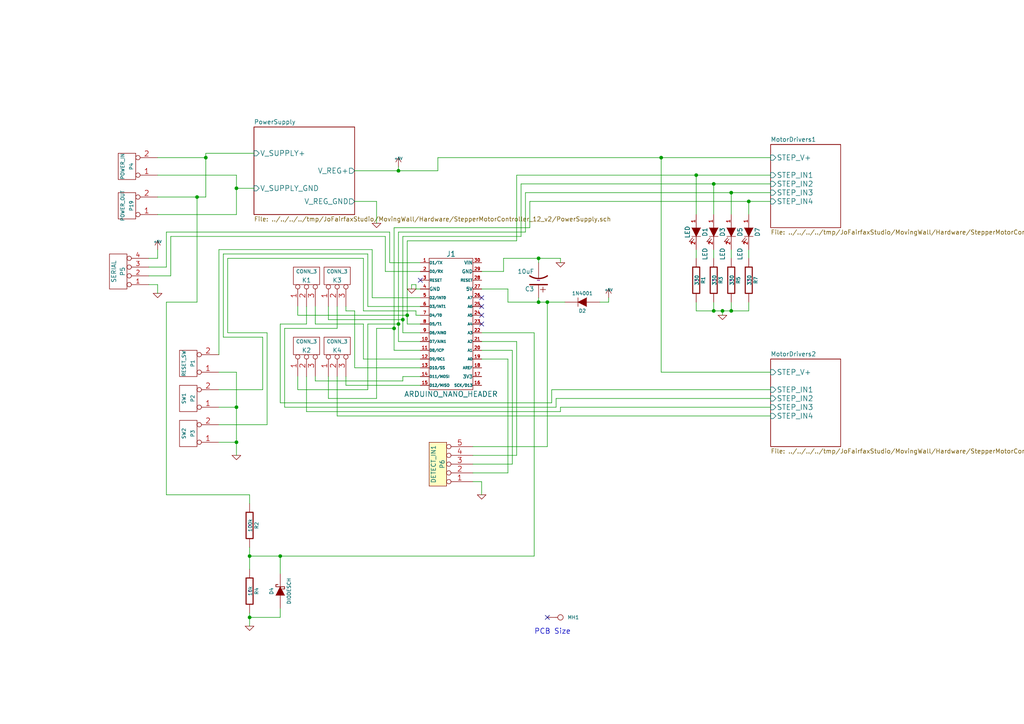
<source format=kicad_sch>
(kicad_sch (version 20230121) (generator eeschema)
  (paper "A4")
  (title_block (title "Stepper Motor Controller") (date "2015-10-14") (rev "3") (company "Jo Fairfax Studio"))
  (lib_symbols
    (symbol "StepperMotorController_12_v2-rescue:+5V" (power) (pin_names (offset 0))
      (property "Value" "+5V" (at 0 3.556 0))
      (symbol "+5V_0_1"
        (polyline (pts (xy -0.762 1.27) (xy 0 2.54)))
        (polyline (pts (xy 0 0) (xy 0 2.54)))
        (polyline (pts (xy 0 2.54) (xy 0.762 1.27)))
      )
      (symbol "+5V_1_1"
        (pin power_in line (at 0 0 90) (length 0) hide (name "+5V") (number "1"))
      )
    )
    (symbol "StepperMotorController_12_v2-rescue:Arduino_Nano_Header" (pin_names (offset 0.0254))
      (property "Reference" "J" (at 0 20.32 0))
      (property "Value" "Arduino_Nano_Header" (at 0 -20.32 0))
      (symbol "Arduino_Nano_Header_0_1"
        (rectangle (start 6.35 -19.05) (end -6.35 19.05))
      )
      (symbol "Arduino_Nano_Header_1_1"
        (pin passive line (at -8.89 17.78 0) (length 2.54) (name "D1/TX") (number "1"))
        (pin passive line (at -8.89 -5.08 0) (length 2.54) (name "D7/AIN1") (number "10"))
        (pin passive line (at -8.89 -7.62 0) (length 2.54) (name "D8/ICP") (number "11"))
        (pin passive line (at -8.89 -10.16 0) (length 2.54) (name "D9/0C1") (number "12"))
        (pin passive line (at -8.89 -12.7 0) (length 2.54) (name "D10/SS") (number "13"))
        (pin passive line (at -8.89 -15.24 0) (length 2.54) (name "D11/MOSI") (number "14"))
        (pin passive line (at -8.89 -17.78 0) (length 2.54) (name "D12/MISO") (number "15"))
        (pin passive line (at 8.89 -17.78 180) (length 2.54) (name "SCK/D13") (number "16"))
        (pin passive line (at 8.89 -15.24 180) (length 2.54) (name "3V3") (number "17"))
        (pin passive line (at 8.89 -12.7 180) (length 2.54) (name "AREF") (number "18"))
        (pin passive line (at 8.89 -10.16 180) (length 2.54) (name "A0") (number "19"))
        (pin passive line (at -8.89 15.24 0) (length 2.54) (name "D0/RX") (number "2"))
        (pin passive line (at 8.89 -7.62 180) (length 2.54) (name "A1") (number "20"))
        (pin passive line (at 8.89 -5.08 180) (length 2.54) (name "A2") (number "21"))
        (pin passive line (at 8.89 -2.54 180) (length 2.54) (name "A3") (number "22"))
        (pin passive line (at 8.89 0 180) (length 2.54) (name "A4") (number "23"))
        (pin passive line (at 8.89 2.54 180) (length 2.54) (name "A5") (number "24"))
        (pin passive line (at 8.89 5.08 180) (length 2.54) (name "A6") (number "25"))
        (pin passive line (at 8.89 7.62 180) (length 2.54) (name "A7") (number "26"))
        (pin passive line (at 8.89 10.16 180) (length 2.54) (name "5V") (number "27"))
        (pin passive line (at 8.89 12.7 180) (length 2.54) (name "RESET") (number "28"))
        (pin passive line (at 8.89 15.24 180) (length 2.54) (name "GND") (number "29"))
        (pin passive line (at -8.89 12.7 0) (length 2.54) (name "RESET") (number "3"))
        (pin passive line (at 8.89 17.78 180) (length 2.54) (name "VIN") (number "30"))
        (pin passive line (at -8.89 10.16 0) (length 2.54) (name "GND") (number "4"))
        (pin passive line (at -8.89 7.62 0) (length 2.54) (name "D2/INT0") (number "5"))
        (pin passive line (at -8.89 5.08 0) (length 2.54) (name "D3/INT1") (number "6"))
        (pin passive line (at -8.89 2.54 0) (length 2.54) (name "D4/T0") (number "7"))
        (pin passive line (at -8.89 0 0) (length 2.54) (name "D5/T1") (number "8"))
        (pin passive line (at -8.89 -2.54 0) (length 2.54) (name "D6/AIN0") (number "9"))
      )
    )
    (symbol "StepperMotorController_12_v2-rescue:CONN_1" (pin_numbers hide) (pin_names (offset 0.762) hide)
      (property "Reference" "P" (at 2.032 0 0))
      (symbol "CONN_1_0_1"
        (polyline (pts (xy -0.762 0) (xy -1.27 0)))
        (circle (center 0 0) (radius 0.7874))
      )
      (symbol "CONN_1_1_1"
        (pin passive line (at -3.81 0 0) (length 2.54) (name "1") (number "1"))
      )
    )
    (symbol "StepperMotorController_12_v2-rescue:CONN_2-RESCUE-StepperMotorController_12_v2" (pin_names (offset 1.016) hide)
      (property "Reference" "P" (at -1.27 0 90))
      (property "Value" "CONN_2-RESCUE-StepperMotorController_12_v2" (at 1.27 0 90))
      (symbol "CONN_2-RESCUE-StepperMotorController_12_v2_0_1"
        (rectangle (start -2.54 3.81) (end 2.54 -3.81))
      )
      (symbol "CONN_2-RESCUE-StepperMotorController_12_v2_1_1"
        (pin passive inverted (at -8.89 2.54 0) (length 6.35) (name "P1") (number "1"))
        (pin passive inverted (at -8.89 -2.54 0) (length 6.35) (name "PM") (number "2"))
      )
    )
    (symbol "StepperMotorController_12_v2-rescue:CONN_3" (pin_names (offset 1.016) hide)
      (property "Reference" "K" (at -1.27 0 90))
      (property "Value" "CONN_3" (at 1.27 0 90))
      (symbol "CONN_3_0_1"
        (rectangle (start -2.54 3.81) (end 2.54 -3.81))
      )
      (symbol "CONN_3_1_1"
        (pin passive inverted (at -8.89 2.54 0) (length 6.35) (name "P1") (number "1"))
        (pin passive inverted (at -8.89 0 0) (length 6.35) (name "PM") (number "2"))
        (pin passive inverted (at -8.89 -2.54 0) (length 6.35) (name "P3") (number "3"))
      )
    )
    (symbol "StepperMotorController_12_v2-rescue:CONN_4" (pin_names (offset 1.016) hide)
      (property "Reference" "P" (at -1.27 0 90))
      (property "Value" "CONN_4" (at 1.27 0 90))
      (symbol "CONN_4_0_1"
        (rectangle (start -2.54 5.08) (end 2.54 -5.08))
      )
      (symbol "CONN_4_1_1"
        (pin passive inverted (at -8.89 3.81 0) (length 6.35) (name "P1") (number "1"))
        (pin passive inverted (at -8.89 1.27 0) (length 6.35) (name "P2") (number "2"))
        (pin passive inverted (at -8.89 -1.27 0) (length 6.35) (name "P3") (number "3"))
        (pin passive inverted (at -8.89 -3.81 0) (length 6.35) (name "P4") (number "4"))
      )
    )
    (symbol "StepperMotorController_12_v2-rescue:CONN_5" (pin_names (offset 1.016))
      (property "Reference" "P" (at -1.27 0 90))
      (property "Value" "CONN_5" (at 1.27 0 90))
      (symbol "CONN_5_0_1"
        (rectangle (start -2.54 6.35) (end 2.54 -6.35) (fill (type background)))
      )
      (symbol "CONN_5_1_1"
        (pin passive inverted (at -10.16 5.08 0) (length 7.62) (name "~") (number "1"))
        (pin passive inverted (at -10.16 2.54 0) (length 7.62) (name "~") (number "2"))
        (pin passive inverted (at -10.16 0 0) (length 7.62) (name "~") (number "3"))
        (pin passive inverted (at -10.16 -2.54 0) (length 7.62) (name "~") (number "4"))
        (pin passive inverted (at -10.16 -5.08 0) (length 7.62) (name "~") (number "5"))
      )
    )
    (symbol "StepperMotorController_12_v2-rescue:CP1-RESCUE-StepperMotorController_12_v2" (pin_numbers hide) (pin_names (offset 0.254) hide)
      (property "Reference" "C" (at 1.27 2.54 0))
      (property "Value" "CP1-RESCUE-StepperMotorController_12_v2" (at 1.27 -2.54 0))
      (symbol "CP1-RESCUE-StepperMotorController_12_v2_0_0"
        (text "+" (at -1.27 2.54 0) (effects (font (size 2.032 2.032))))
      )
      (symbol "CP1-RESCUE-StepperMotorController_12_v2_0_1"
        (polyline (pts (xy -2.54 1.27) (xy 2.54 1.27) (xy 1.27 1.27) (xy 1.27 1.27)) (stroke (width 0.381)))
        (arc (start 2.54 -1.27) (mid 0 -0.5009) (end -2.54 -1.27) (stroke (width 0.381)))
      )
      (symbol "CP1-RESCUE-StepperMotorController_12_v2_1_1"
        (pin passive line (at 0 5.08 270) (length 3.81) (name "~") (number "1"))
        (pin passive line (at 0 -5.08 90) (length 4.572) (name "~") (number "2"))
      )
    )
    (symbol "StepperMotorController_12_v2-rescue:DIODE" (pin_numbers hide) (pin_names (offset 1.016) hide)
      (property "Reference" "D" (at 0 2.54 0))
      (property "Value" "DIODE" (at 0 -2.54 0))
      (symbol "DIODE_0_1"
        (polyline (pts (xy 1.27 1.27) (xy 1.27 -1.27)) (stroke (width 0.1524)))
        (polyline (pts (xy -1.27 1.27) (xy 1.27 0) (xy -1.27 -1.27)) (fill (type outline)))
      )
      (symbol "DIODE_1_1"
        (pin passive line (at -5.08 0 0) (length 3.81) (name "A") (number "1"))
        (pin passive line (at 5.08 0 180) (length 3.81) (name "K") (number "2"))
      )
    )
    (symbol "StepperMotorController_12_v2-rescue:DIODESCH" (pin_numbers hide) (pin_names (offset 1.016) hide)
      (property "Reference" "D" (at 0 2.54 0))
      (property "Value" "DIODESCH" (at 0 -2.54 0))
      (symbol "DIODESCH_0_1"
        (polyline (pts (xy -1.27 1.27) (xy 1.27 0) (xy -1.27 -1.27)) (fill (type outline)))
        (polyline (pts (xy 1.905 0.635) (xy 1.905 1.27) (xy 1.27 1.27) (xy 1.27 -1.27) (xy 0.635 -1.27) (xy 0.635 -0.635)) (stroke (width 0.2032)))
      )
      (symbol "DIODESCH_1_1"
        (pin passive line (at 5.08 0 180) (length 3.81) (name "K") (number "1"))
        (pin passive line (at -5.08 0 0) (length 3.81) (name "A") (number "2"))
      )
    )
    (symbol "StepperMotorController_12_v2-rescue:GND-RESCUE-StepperMotorController_12_v2" (power) (pin_names (offset 0))
      (symbol "GND-RESCUE-StepperMotorController_12_v2_0_1"
        (polyline (pts (xy -1.27 0) (xy 0 -1.27) (xy 1.27 0) (xy -1.27 0)))
      )
      (symbol "GND-RESCUE-StepperMotorController_12_v2_1_1"
        (pin power_in line (at 0 0 90) (length 0) hide (name "GND") (number "1"))
      )
    )
    (symbol "StepperMotorController_12_v2-rescue:LED-RESCUE-StepperMotorController_12_v2" (pin_names (offset 1.016) hide)
      (property "Reference" "D" (at 0 2.54 0))
      (property "Value" "LED-RESCUE-StepperMotorController_12_v2" (at 0 -2.54 0))
      (symbol "LED-RESCUE-StepperMotorController_12_v2_0_1"
        (polyline (pts (xy 1.27 1.27) (xy 1.27 -1.27)))
        (polyline (pts (xy -1.27 1.27) (xy 1.27 0) (xy -1.27 -1.27)) (fill (type outline)))
        (polyline (pts (xy 1.651 -1.016) (xy 2.794 -2.032) (xy 2.667 -1.397)))
        (polyline (pts (xy 2.032 -0.635) (xy 3.175 -1.651) (xy 3.048 -1.016)))
      )
      (symbol "LED-RESCUE-StepperMotorController_12_v2_1_1"
        (pin passive line (at -5.08 0 0) (length 3.81) (name "A") (number "1"))
        (pin passive line (at 5.08 0 180) (length 3.81) (name "K") (number "2"))
      )
    )
    (symbol "StepperMotorController_12_v2-rescue:R-RESCUE-StepperMotorController_12_v2" (pin_numbers hide) (pin_names (offset 0))
      (property "Reference" "R" (at 2.032 0 90))
      (property "Value" "R-RESCUE-StepperMotorController_12_v2" (at 0 0 90))
      (symbol "R-RESCUE-StepperMotorController_12_v2_0_1"
        (rectangle (start -1.016 3.81) (end 1.016 -3.81) (stroke (width 0.3048)))
      )
      (symbol "R-RESCUE-StepperMotorController_12_v2_1_1"
        (pin passive line (at 0 6.35 270) (length 2.54) (name "~") (number "1"))
        (pin passive line (at 0 -6.35 90) (length 2.54) (name "~") (number "2"))
      )
    )
  )
  (junction (at 68.58 54.61))
  (junction (at 72.39 161.29))
  (junction (at 68.58 118.11))
  (junction (at 207.01 90.17))
  (junction (at 115.57 49.53))
  (junction (at 57.15 57.15))
  (junction (at 68.58 128.27))
  (junction (at 201.93 50.8))
  (junction (at 81.28 161.29))
  (junction (at 212.09 55.88))
  (junction (at 118.11 91.44))
  (junction (at 217.17 58.42))
  (junction (at 115.57 93.98))
  (junction (at 212.09 90.17))
  (junction (at 116.84 92.71))
  (junction (at 191.77 45.72))
  (junction (at 207.01 53.34))
  (junction (at 72.39 179.07))
  (junction (at 59.69 45.72))
  (junction (at 114.3 95.25))
  (junction (at 156.21 74.93))
  (junction (at 156.21 87.63))
  (junction (at 209.55 90.17))
  (junction (at 158.75 87.63))
  (no_connect (at 121.92 81.28))
  (no_connect (at 158.75 179.07))
  (no_connect (at 139.7 93.98))
  (no_connect (at 139.7 88.9))
  (no_connect (at 139.7 86.36))
  (no_connect (at 139.7 91.44))
  (wire (pts (xy 217.17 90.17) (xy 217.17 87.63)))
  (wire (pts (xy 158.75 129.54) (xy 158.75 87.63)))
  (wire (pts (xy 152.4 67.31) (xy 152.4 55.88)))
  (wire (pts (xy 57.15 57.15) (xy 45.72 57.15)))
  (wire (pts (xy 116.84 110.49) (xy 116.84 109.22)))
  (wire (pts (xy 81.28 179.07) (xy 81.28 176.53)))
  (wire (pts (xy 118.11 69.85) (xy 149.86 69.85)))
  (wire (pts (xy 106.68 93.98) (xy 106.68 113.03)))
  (wire (pts (xy 86.36 113.03) (xy 86.36 109.22)))
  (wire (pts (xy 91.44 110.49) (xy 116.84 110.49)))
  (wire (pts (xy 77.47 123.19) (xy 77.47 96.52)))
  (wire (pts (xy 191.77 107.95) (xy 191.77 45.72)))
  (wire (pts (xy 147.32 83.82) (xy 147.32 87.63)))
  (wire (pts (xy 91.44 93.98) (xy 91.44 88.9)))
  (wire (pts (xy 207.01 62.23) (xy 207.01 53.34)))
  (wire (pts (xy 120.65 82.55) (xy 120.65 83.82)))
  (wire (pts (xy 115.57 99.06) (xy 115.57 93.98)))
  (wire (pts (xy 111.76 78.74) (xy 121.92 78.74)))
  (wire (pts (xy 97.79 120.65) (xy 97.79 109.22)))
  (wire (pts (xy 137.16 139.7) (xy 139.7 139.7)))
  (wire (pts (xy 115.57 67.31) (xy 152.4 67.31)))
  (wire (pts (xy 148.59 101.6) (xy 139.7 101.6)))
  (wire (pts (xy 114.3 101.6) (xy 121.92 101.6)))
  (wire (pts (xy 201.93 50.8) (xy 201.93 62.23)))
  (wire (pts (xy 109.22 95.25) (xy 109.22 115.57)))
  (wire (pts (xy 97.79 95.25) (xy 97.79 88.9)))
  (wire (pts (xy 156.21 74.93) (xy 156.21 76.2)))
  (wire (pts (xy 217.17 62.23) (xy 217.17 58.42)))
  (wire (pts (xy 63.5 107.95) (xy 68.58 107.95)))
  (wire (pts (xy 68.58 54.61) (xy 73.66 54.61)))
  (wire (pts (xy 76.2 97.79) (xy 76.2 113.03)))
  (wire (pts (xy 111.76 68.58) (xy 111.76 78.74)))
  (wire (pts (xy 148.59 134.62) (xy 137.16 134.62)))
  (wire (pts (xy 109.22 58.42) (xy 109.22 64.77)))
  (wire (pts (xy 149.86 99.06) (xy 149.86 132.08)))
  (wire (pts (xy 115.57 93.98) (xy 106.68 93.98)))
  (wire (pts (xy 116.84 109.22) (xy 121.92 109.22)))
  (wire (pts (xy 59.69 57.15) (xy 57.15 57.15)))
  (wire (pts (xy 81.28 93.98) (xy 88.9 93.98)))
  (wire (pts (xy 149.86 69.85) (xy 149.86 50.8)))
  (wire (pts (xy 156.21 74.93) (xy 162.56 74.93)))
  (wire (pts (xy 147.32 104.14) (xy 147.32 137.16)))
  (wire (pts (xy 72.39 181.61) (xy 72.39 179.07)))
  (wire (pts (xy 68.58 50.8) (xy 68.58 54.61)))
  (wire (pts (xy 105.41 90.17) (xy 120.65 90.17)))
  (wire (pts (xy 82.55 118.11) (xy 82.55 95.25)))
  (wire (pts (xy 114.3 95.25) (xy 109.22 95.25)))
  (wire (pts (xy 107.95 86.36) (xy 121.92 86.36)))
  (wire (pts (xy 106.68 113.03) (xy 86.36 113.03)))
  (wire (pts (xy 149.86 132.08) (xy 137.16 132.08)))
  (wire (pts (xy 160.02 116.84) (xy 160.02 113.03)))
  (wire (pts (xy 201.93 87.63) (xy 201.93 90.17)))
  (wire (pts (xy 173.99 87.63) (xy 176.53 87.63)))
  (wire (pts (xy 151.13 68.58) (xy 116.84 68.58)))
  (wire (pts (xy 191.77 45.72) (xy 127 45.72)))
  (wire (pts (xy 45.72 82.55) (xy 43.18 82.55)))
  (wire (pts (xy 116.84 68.58) (xy 116.84 92.71)))
  (wire (pts (xy 88.9 93.98) (xy 88.9 88.9)))
  (wire (pts (xy 63.5 128.27) (xy 68.58 128.27)))
  (wire (pts (xy 121.92 88.9) (xy 106.68 88.9)))
  (wire (pts (xy 81.28 161.29) (xy 154.94 161.29)))
  (wire (pts (xy 115.57 49.53) (xy 115.57 48.26)))
  (wire (pts (xy 63.5 123.19) (xy 77.47 123.19)))
  (wire (pts (xy 43.18 80.01) (xy 49.53 80.01)))
  (wire (pts (xy 118.11 91.44) (xy 86.36 91.44)))
  (wire (pts (xy 115.57 49.53) (xy 127 49.53)))
  (wire (pts (xy 45.72 74.93) (xy 45.72 72.39)))
  (wire (pts (xy 106.68 88.9) (xy 106.68 73.66)))
  (wire (pts (xy 102.87 49.53) (xy 115.57 49.53)))
  (wire (pts (xy 68.58 50.8) (xy 45.72 50.8)))
  (wire (pts (xy 149.86 99.06) (xy 139.7 99.06)))
  (wire (pts (xy 102.87 58.42) (xy 109.22 58.42)))
  (wire (pts (xy 139.7 78.74) (xy 146.05 78.74)))
  (wire (pts (xy 76.2 113.03) (xy 63.5 113.03)))
  (wire (pts (xy 127 45.72) (xy 127 49.53)))
  (wire (pts (xy 217.17 58.42) (xy 223.52 58.42)))
  (wire (pts (xy 161.29 115.57) (xy 223.52 115.57)))
  (wire (pts (xy 139.7 96.52) (xy 154.94 96.52)))
  (wire (pts (xy 156.21 87.63) (xy 156.21 86.36)))
  (wire (pts (xy 81.28 116.84) (xy 81.28 93.98)))
  (wire (pts (xy 88.9 119.38) (xy 162.56 119.38)))
  (wire (pts (xy 102.87 90.17) (xy 100.33 90.17)))
  (wire (pts (xy 68.58 118.11) (xy 68.58 128.27)))
  (wire (pts (xy 48.26 143.51) (xy 48.26 87.63)))
  (wire (pts (xy 97.79 120.65) (xy 223.52 120.65)))
  (wire (pts (xy 207.01 74.93) (xy 207.01 72.39)))
  (wire (pts (xy 63.5 102.87) (xy 63.5 72.39)))
  (wire (pts (xy 153.67 66.04) (xy 114.3 66.04)))
  (wire (pts (xy 48.26 77.47) (xy 43.18 77.47)))
  (wire (pts (xy 68.58 62.23) (xy 45.72 62.23)))
  (wire (pts (xy 82.55 118.11) (xy 161.29 118.11)))
  (wire (pts (xy 100.33 90.17) (xy 100.33 88.9)))
  (wire (pts (xy 151.13 53.34) (xy 151.13 68.58)))
  (wire (pts (xy 212.09 74.93) (xy 212.09 72.39)))
  (wire (pts (xy 49.53 68.58) (xy 111.76 68.58)))
  (wire (pts (xy 137.16 129.54) (xy 158.75 129.54)))
  (wire (pts (xy 162.56 119.38) (xy 162.56 118.11)))
  (wire (pts (xy 102.87 106.68) (xy 102.87 90.17)))
  (wire (pts (xy 68.58 128.27) (xy 68.58 132.08)))
  (wire (pts (xy 223.52 45.72) (xy 191.77 45.72)))
  (wire (pts (xy 147.32 137.16) (xy 137.16 137.16)))
  (wire (pts (xy 81.28 116.84) (xy 160.02 116.84)))
  (wire (pts (xy 212.09 55.88) (xy 212.09 62.23)))
  (wire (pts (xy 160.02 113.03) (xy 223.52 113.03)))
  (wire (pts (xy 151.13 53.34) (xy 207.01 53.34)))
  (wire (pts (xy 63.5 72.39) (xy 107.95 72.39)))
  (wire (pts (xy 72.39 161.29) (xy 81.28 161.29)))
  (wire (pts (xy 201.93 50.8) (xy 223.52 50.8)))
  (wire (pts (xy 120.65 83.82) (xy 121.92 83.82)))
  (wire (pts (xy 105.41 104.14) (xy 105.41 93.98)))
  (wire (pts (xy 116.84 96.52) (xy 121.92 96.52)))
  (wire (pts (xy 212.09 90.17) (xy 217.17 90.17)))
  (wire (pts (xy 139.7 83.82) (xy 147.32 83.82)))
  (wire (pts (xy 88.9 119.38) (xy 88.9 109.22)))
  (wire (pts (xy 114.3 66.04) (xy 114.3 95.25)))
  (wire (pts (xy 95.25 92.71) (xy 95.25 88.9)))
  (wire (pts (xy 72.39 179.07) (xy 81.28 179.07)))
  (wire (pts (xy 49.53 80.01) (xy 49.53 68.58)))
  (wire (pts (xy 57.15 87.63) (xy 57.15 57.15)))
  (wire (pts (xy 153.67 58.42) (xy 217.17 58.42)))
  (wire (pts (xy 120.65 91.44) (xy 121.92 91.44)))
  (wire (pts (xy 109.22 115.57) (xy 95.25 115.57)))
  (wire (pts (xy 43.18 74.93) (xy 45.72 74.93)))
  (wire (pts (xy 153.67 58.42) (xy 153.67 66.04)))
  (wire (pts (xy 115.57 93.98) (xy 115.57 67.31)))
  (wire (pts (xy 121.92 93.98) (xy 118.11 93.98)))
  (wire (pts (xy 48.26 67.31) (xy 48.26 77.47)))
  (wire (pts (xy 120.65 90.17) (xy 120.65 91.44)))
  (wire (pts (xy 158.75 87.63) (xy 163.83 87.63)))
  (wire (pts (xy 105.41 74.93) (xy 105.41 90.17)))
  (wire (pts (xy 100.33 111.76) (xy 121.92 111.76)))
  (wire (pts (xy 72.39 161.29) (xy 72.39 165.1)))
  (wire (pts (xy 162.56 118.11) (xy 223.52 118.11)))
  (wire (pts (xy 72.39 143.51) (xy 48.26 143.51)))
  (wire (pts (xy 146.05 74.93) (xy 156.21 74.93)))
  (wire (pts (xy 121.92 106.68) (xy 102.87 106.68)))
  (wire (pts (xy 113.03 76.2) (xy 113.03 67.31)))
  (wire (pts (xy 149.86 50.8) (xy 201.93 50.8)))
  (wire (pts (xy 59.69 44.45) (xy 73.66 44.45)))
  (wire (pts (xy 154.94 96.52) (xy 154.94 161.29)))
  (wire (pts (xy 146.05 78.74) (xy 146.05 74.93)))
  (wire (pts (xy 147.32 87.63) (xy 156.21 87.63)))
  (wire (pts (xy 139.7 139.7) (xy 139.7 143.51)))
  (wire (pts (xy 121.92 99.06) (xy 115.57 99.06)))
  (wire (pts (xy 86.36 91.44) (xy 86.36 88.9)))
  (wire (pts (xy 82.55 95.25) (xy 97.79 95.25)))
  (wire (pts (xy 91.44 109.22) (xy 91.44 110.49)))
  (wire (pts (xy 147.32 104.14) (xy 139.7 104.14)))
  (wire (pts (xy 176.53 87.63) (xy 176.53 86.36)))
  (wire (pts (xy 72.39 158.75) (xy 72.39 161.29)))
  (wire (pts (xy 201.93 90.17) (xy 207.01 90.17)))
  (wire (pts (xy 116.84 92.71) (xy 95.25 92.71)))
  (wire (pts (xy 161.29 118.11) (xy 161.29 115.57)))
  (wire (pts (xy 105.41 93.98) (xy 91.44 93.98)))
  (wire (pts (xy 223.52 107.95) (xy 191.77 107.95)))
  (wire (pts (xy 207.01 53.34) (xy 223.52 53.34)))
  (wire (pts (xy 64.77 97.79) (xy 76.2 97.79)))
  (wire (pts (xy 148.59 101.6) (xy 148.59 134.62)))
  (wire (pts (xy 209.55 91.44) (xy 209.55 90.17)))
  (wire (pts (xy 48.26 87.63) (xy 57.15 87.63)))
  (wire (pts (xy 68.58 54.61) (xy 68.58 62.23)))
  (wire (pts (xy 113.03 67.31) (xy 48.26 67.31)))
  (wire (pts (xy 156.21 87.63) (xy 158.75 87.63)))
  (wire (pts (xy 72.39 179.07) (xy 72.39 177.8)))
  (wire (pts (xy 114.3 95.25) (xy 114.3 101.6)))
  (wire (pts (xy 64.77 73.66) (xy 64.77 97.79)))
  (wire (pts (xy 113.03 76.2) (xy 121.92 76.2)))
  (wire (pts (xy 72.39 146.05) (xy 72.39 143.51)))
  (wire (pts (xy 66.04 96.52) (xy 66.04 74.93)))
  (wire (pts (xy 59.69 45.72) (xy 59.69 57.15)))
  (wire (pts (xy 107.95 72.39) (xy 107.95 86.36)))
  (wire (pts (xy 162.56 74.93) (xy 162.56 76.2)))
  (wire (pts (xy 116.84 92.71) (xy 116.84 96.52)))
  (wire (pts (xy 77.47 96.52) (xy 66.04 96.52)))
  (wire (pts (xy 66.04 74.93) (xy 105.41 74.93)))
  (wire (pts (xy 45.72 85.09) (xy 45.72 82.55)))
  (wire (pts (xy 119.38 83.82) (xy 119.38 82.55)))
  (wire (pts (xy 201.93 74.93) (xy 201.93 72.39)))
  (wire (pts (xy 152.4 55.88) (xy 212.09 55.88)))
  (wire (pts (xy 118.11 91.44) (xy 118.11 69.85)))
  (wire (pts (xy 207.01 90.17) (xy 209.55 90.17)))
  (wire (pts (xy 212.09 87.63) (xy 212.09 90.17)))
  (wire (pts (xy 95.25 115.57) (xy 95.25 109.22)))
  (wire (pts (xy 81.28 166.37) (xy 81.28 161.29)))
  (wire (pts (xy 106.68 73.66) (xy 64.77 73.66)))
  (wire (pts (xy 118.11 93.98) (xy 118.11 91.44)))
  (wire (pts (xy 209.55 90.17) (xy 212.09 90.17)))
  (wire (pts (xy 59.69 44.45) (xy 59.69 45.72)))
  (wire (pts (xy 207.01 87.63) (xy 207.01 90.17)))
  (wire (pts (xy 119.38 82.55) (xy 120.65 82.55)))
  (wire (pts (xy 100.33 109.22) (xy 100.33 111.76)))
  (wire (pts (xy 217.17 74.93) (xy 217.17 72.39)))
  (wire (pts (xy 68.58 107.95) (xy 68.58 118.11)))
  (wire (pts (xy 121.92 104.14) (xy 105.41 104.14)))
  (wire (pts (xy 45.72 45.72) (xy 59.69 45.72)))
  (wire (pts (xy 212.09 55.88) (xy 223.52 55.88)))
  (wire (pts (xy 63.5 118.11) (xy 68.58 118.11)))
  (text "PCB Size" (at 154.94 184.15 0) (effects (font (size 1.524 1.524)) (justify left bottom)))
  (symbol (lib_id "StepperMotorController_12_v2-rescue:CONN_1") (at 162.56 179.07 0) (unit 1)
    (property "Reference" "MH1" (at 164.592 179.07 0) (effects (font (size 1.016 1.016)) (justify left)))
    (property "Value" "CONN_1" (effects hide))
    (property "Footprint" "reinnovation-footprints:PCB_85x120_4hole" (effects hide))
  )
  (symbol (lib_id "StepperMotorController_12_v2-rescue:R-RESCUE-StepperMotorController_12_v2") (at 207.01 81.28 0) (unit 1)
    (property "Reference" "R3" (at 209.042 81.28 90) (effects (font (size 1.016 1.016))))
    (property "Value" "330" (at 207.1878 81.2546 90) (effects (font (size 1.016 1.016))))
    (property "Footprint" "reinnovation-footprints:R3-LARGE_PADS_0_8_hole" (effects hide))
    (property "Datasheet" "~" (at 207.01 81.28 0) (effects (font (size 0.762 0.762))))
    (property "Description" "Value" (effects hide))
    (property "Notes" "Value" (effects hide))
    (property "Manufacturer" "Value" (effects hide))
    (property "Manufacturer Part No" "Value" (effects hide))
    (property "Supplier 1" "Value" (effects hide))
    (property "Supplier 1 Part No" "Value" (effects hide))
    (property "Supplier 2" "Value" (effects hide))
    (property "Supplier 2 Part No" "Value" (effects hide))
  )
  (symbol (lib_id "StepperMotorController_12_v2-rescue:LED-RESCUE-StepperMotorController_12_v2") (at 207.01 67.31 270) (unit 1)
    (property "Reference" "D3" (at 209.55 67.31 0))
    (property "Value" "LED" (at 204.47 73.66 0))
    (property "Footprint" "reinnovation-footprints:led-LED3MM_matt" (effects hide))
    (property "Description" "Value" (effects hide))
    (property "Notes" "Value" (effects hide))
    (property "Manufacturer" "Value" (effects hide))
    (property "Manufacturer Part No" "Value" (effects hide))
    (property "Supplier 1" "Value" (effects hide))
    (property "Supplier 1 Part No" "Value" (effects hide))
    (property "Supplier 2" "Value" (effects hide))
    (property "Supplier 2 Part No" "Value" (effects hide))
  )
  (symbol (lib_id "StepperMotorController_12_v2-rescue:R-RESCUE-StepperMotorController_12_v2") (at 201.93 81.28 0) (unit 1)
    (property "Reference" "R1" (at 203.962 81.28 90) (effects (font (size 1.016 1.016))))
    (property "Value" "330" (at 202.1078 81.2546 90) (effects (font (size 1.016 1.016))))
    (property "Footprint" "reinnovation-footprints:R3-LARGE_PADS_0_8_hole" (effects hide))
    (property "Datasheet" "~" (at 201.93 81.28 0) (effects (font (size 0.762 0.762))))
    (property "Description" "Value" (effects hide))
    (property "Notes" "Value" (effects hide))
    (property "Manufacturer" "Value" (effects hide))
    (property "Manufacturer Part No" "Value" (effects hide))
    (property "Supplier 1" "Value" (effects hide))
    (property "Supplier 1 Part No" "Value" (effects hide))
    (property "Supplier 2" "Value" (effects hide))
    (property "Supplier 2 Part No" "Value" (effects hide))
  )
  (symbol (lib_id "StepperMotorController_12_v2-rescue:LED-RESCUE-StepperMotorController_12_v2") (at 201.93 67.31 270) (unit 1)
    (property "Reference" "D1" (at 204.47 67.31 0))
    (property "Value" "LED" (at 199.39 67.31 0))
    (property "Footprint" "reinnovation-footprints:led-LED3MM_matt" (effects hide))
    (property "Description" "Value" (effects hide))
    (property "Notes" "Value" (effects hide))
    (property "Manufacturer" "Value" (effects hide))
    (property "Manufacturer Part No" "Value" (effects hide))
    (property "Supplier 1" "Value" (effects hide))
    (property "Supplier 1 Part No" "Value" (effects hide))
    (property "Supplier 2" "Value" (effects hide))
    (property "Supplier 2 Part No" "Value" (effects hide))
  )
  (symbol (lib_id "StepperMotorController_12_v2-rescue:R-RESCUE-StepperMotorController_12_v2") (at 217.17 81.28 0) (unit 1)
    (property "Reference" "R7" (at 219.202 81.28 90) (effects (font (size 1.016 1.016))))
    (property "Value" "330" (at 217.3478 81.2546 90) (effects (font (size 1.016 1.016))))
    (property "Footprint" "reinnovation-footprints:R3-LARGE_PADS_0_8_hole" (effects hide))
    (property "Datasheet" "~" (at 217.17 81.28 0) (effects (font (size 0.762 0.762))))
    (property "Description" "Value" (effects hide))
    (property "Notes" "Value" (effects hide))
    (property "Manufacturer" "Value" (effects hide))
    (property "Manufacturer Part No" "Value" (effects hide))
    (property "Supplier 1" "Value" (effects hide))
    (property "Supplier 1 Part No" "Value" (effects hide))
    (property "Supplier 2" "Value" (effects hide))
    (property "Supplier 2 Part No" "Value" (effects hide))
  )
  (symbol (lib_id "StepperMotorController_12_v2-rescue:LED-RESCUE-StepperMotorController_12_v2") (at 217.17 67.31 270) (unit 1)
    (property "Reference" "D7" (at 219.71 67.31 0))
    (property "Value" "LED" (at 214.63 73.66 0))
    (property "Footprint" "reinnovation-footprints:led-LED3MM_matt" (effects hide))
    (property "Description" "Value" (effects hide))
    (property "Notes" "Value" (effects hide))
    (property "Manufacturer" "Value" (effects hide))
    (property "Manufacturer Part No" "Value" (effects hide))
    (property "Supplier 1" "Value" (effects hide))
    (property "Supplier 1 Part No" "Value" (effects hide))
    (property "Supplier 2" "Value" (effects hide))
    (property "Supplier 2 Part No" "Value" (effects hide))
  )
  (symbol (lib_id "StepperMotorController_12_v2-rescue:R-RESCUE-StepperMotorController_12_v2") (at 212.09 81.28 0) (unit 1)
    (property "Reference" "R5" (at 214.122 81.28 90) (effects (font (size 1.016 1.016))))
    (property "Value" "330" (at 212.2678 81.2546 90) (effects (font (size 1.016 1.016))))
    (property "Footprint" "reinnovation-footprints:R3-LARGE_PADS_0_8_hole" (effects hide))
    (property "Datasheet" "~" (at 212.09 81.28 0) (effects (font (size 0.762 0.762))))
    (property "Description" "Value" (effects hide))
    (property "Notes" "Value" (effects hide))
    (property "Manufacturer" "Value" (effects hide))
    (property "Manufacturer Part No" "Value" (effects hide))
    (property "Supplier 1" "Value" (effects hide))
    (property "Supplier 1 Part No" "Value" (effects hide))
    (property "Supplier 2" "Value" (effects hide))
    (property "Supplier 2 Part No" "Value" (effects hide))
  )
  (symbol (lib_id "StepperMotorController_12_v2-rescue:LED-RESCUE-StepperMotorController_12_v2") (at 212.09 67.31 270) (unit 1)
    (property "Reference" "D5" (at 214.63 67.31 0))
    (property "Value" "LED" (at 209.55 73.66 0))
    (property "Footprint" "reinnovation-footprints:led-LED3MM_matt" (effects hide))
    (property "Description" "Value" (effects hide))
    (property "Notes" "Value" (effects hide))
    (property "Manufacturer" "Value" (effects hide))
    (property "Manufacturer Part No" "Value" (effects hide))
    (property "Supplier 1" "Value" (effects hide))
    (property "Supplier 1 Part No" "Value" (effects hide))
    (property "Supplier 2" "Value" (effects hide))
    (property "Supplier 2 Part No" "Value" (effects hide))
  )
  (symbol (lib_id "StepperMotorController_12_v2-rescue:GND-RESCUE-StepperMotorController_12_v2") (at 209.55 91.44 0) (unit 1)
    (property "Reference" "#PWR01" (effects hide))
    (property "Value" "GND" (effects hide))
  )
  (symbol (lib_id "StepperMotorController_12_v2-rescue:CP1-RESCUE-StepperMotorController_12_v2") (at 156.21 81.28 180) (unit 1)
    (property "Reference" "C3" (at 154.94 83.82 0) (effects (justify left)))
    (property "Value" "10uF" (at 154.94 78.74 0) (effects (justify left)))
    (property "Footprint" "reinnovation-footprints:C2V8_large_pads" (effects hide))
    (property "Datasheet" "~" (at 156.21 81.28 0) (effects (font (size 1.524 1.524))))
    (property "Description" "Value" (effects hide))
    (property "Notes" "Value" (effects hide))
    (property "Manufacturer" "Value" (effects hide))
    (property "Manufacturer Part No" "Value" (effects hide))
    (property "Supplier 1" "Value" (effects hide))
    (property "Supplier 1 Part No" "Value" (effects hide))
    (property "Supplier 2" "Value" (effects hide))
    (property "Supplier 2 Part No" "Value" (effects hide))
  )
  (symbol (lib_id "StepperMotorController_12_v2-rescue:CONN_2-RESCUE-StepperMotorController_12_v2") (at 36.83 48.26 180) (unit 1)
    (property "Reference" "P4" (at 38.1 48.26 90) (effects (font (size 1.016 1.016))))
    (property "Value" "POWER_IN" (at 35.56 48.26 90) (effects (font (size 1.016 1.016))))
    (property "Footprint" "reinnovation-footprints:SIL-2_screw_terminal" (effects hide))
  )
  (symbol (lib_id "StepperMotorController_12_v2-rescue:CONN_5") (at 127 134.62 180) (unit 1)
    (property "Reference" "P6" (at 128.27 134.62 90))
    (property "Value" "DETECT_IN1" (at 125.73 134.62 90))
    (property "Footprint" "reinnovation-footprints:SIL-5_JST_5WAY" (effects hide))
  )
  (symbol (lib_id "StepperMotorController_12_v2-rescue:GND-RESCUE-StepperMotorController_12_v2") (at 109.22 64.77 0) (unit 1)
    (property "Reference" "#PWR02" (effects hide))
    (property "Value" "GND" (effects hide))
  )
  (symbol (lib_id "StepperMotorController_12_v2-rescue:GND-RESCUE-StepperMotorController_12_v2") (at 139.7 143.51 0) (unit 1)
    (property "Reference" "#PWR03" (effects hide))
    (property "Value" "GND" (effects hide))
  )
  (symbol (lib_id "StepperMotorController_12_v2-rescue:+5V") (at 115.57 48.26 0) (unit 1)
    (property "Reference" "#PWR04" (effects hide))
    (property "Value" "+5V" (at 115.57 45.974 0) (effects (font (size 0.762 0.762))))
  )
  (symbol (lib_id "StepperMotorController_12_v2-rescue:Arduino_Nano_Header") (at 130.81 93.98 0) (unit 1)
    (property "Reference" "J1" (at 130.81 73.66 0) (effects (font (size 1.524 1.524))))
    (property "Value" "ARDUINO_NANO_HEADER" (at 130.81 114.3 0) (effects (font (size 1.524 1.524))))
    (property "Footprint" "reinnovation-footprints:DIP_30_600_NANO" (effects hide))
  )
  (symbol (lib_id "StepperMotorController_12_v2-rescue:GND-RESCUE-StepperMotorController_12_v2") (at 162.56 76.2 0) (unit 1)
    (property "Reference" "#PWR06" (effects hide))
    (property "Value" "GND" (effects hide))
  )
  (symbol (lib_id "StepperMotorController_12_v2-rescue:+5V") (at 176.53 86.36 0) (unit 1)
    (property "Reference" "#PWR07" (effects hide))
    (property "Value" "+5V" (at 176.53 84.074 0) (effects (font (size 0.762 0.762))))
  )
  (symbol (lib_id "StepperMotorController_12_v2-rescue:CONN_3") (at 97.79 80.01 90) (unit 1)
    (property "Reference" "K3" (at 97.79 81.28 90))
    (property "Value" "CONN_3" (at 97.79 78.74 90) (effects (font (size 1.016 1.016))))
    (property "Footprint" "reinnovation-footprints:SIL-3_SOLDER" (effects hide))
  )
  (symbol (lib_id "StepperMotorController_12_v2-rescue:CONN_3") (at 97.79 100.33 90) (unit 1)
    (property "Reference" "K4" (at 97.79 101.6 90))
    (property "Value" "CONN_3" (at 97.79 99.06 90) (effects (font (size 1.016 1.016))))
    (property "Footprint" "reinnovation-footprints:SIL-3_SOLDER" (effects hide))
  )
  (symbol (lib_id "StepperMotorController_12_v2-rescue:CONN_3") (at 88.9 100.33 90) (unit 1)
    (property "Reference" "K2" (at 88.9 101.6 90))
    (property "Value" "CONN_3" (at 88.9 99.06 90) (effects (font (size 1.016 1.016))))
    (property "Footprint" "reinnovation-footprints:SIL-3_SOLDER" (effects hide))
  )
  (symbol (lib_id "StepperMotorController_12_v2-rescue:CONN_3") (at 88.9 80.01 90) (unit 1)
    (property "Reference" "K1" (at 88.9 81.28 90))
    (property "Value" "CONN_3" (at 88.9 78.74 90) (effects (font (size 1.016 1.016))))
    (property "Footprint" "reinnovation-footprints:SIL-3_SOLDER" (effects hide))
  )
  (symbol (lib_id "StepperMotorController_12_v2-rescue:CONN_2-RESCUE-StepperMotorController_12_v2") (at 54.61 105.41 180) (unit 1)
    (property "Reference" "P1" (at 55.88 105.41 90) (effects (font (size 1.016 1.016))))
    (property "Value" "RESET_SW" (at 53.34 105.41 90) (effects (font (size 1.016 1.016))))
    (property "Footprint" "reinnovation-footprints:SIL-2_screw_terminal" (effects hide))
  )
  (symbol (lib_id "StepperMotorController_12_v2-rescue:CONN_2-RESCUE-StepperMotorController_12_v2") (at 54.61 115.57 180) (unit 1)
    (property "Reference" "P2" (at 55.88 115.57 90) (effects (font (size 1.016 1.016))))
    (property "Value" "SW1" (at 53.34 115.57 90) (effects (font (size 1.016 1.016))))
    (property "Footprint" "matts_components:SIL-2_lg_pad_1mm" (effects hide))
  )
  (symbol (lib_id "StepperMotorController_12_v2-rescue:CONN_2-RESCUE-StepperMotorController_12_v2") (at 54.61 125.73 180) (unit 1)
    (property "Reference" "P3" (at 55.88 125.73 90) (effects (font (size 1.016 1.016))))
    (property "Value" "SW2" (at 53.34 125.73 90) (effects (font (size 1.016 1.016))))
    (property "Footprint" "matts_components:SIL-2_lg_pad_1mm" (effects hide))
  )
  (symbol (lib_id "StepperMotorController_12_v2-rescue:GND-RESCUE-StepperMotorController_12_v2") (at 68.58 132.08 0) (unit 1)
    (property "Reference" "#PWR08" (effects hide))
    (property "Value" "GND" (effects hide))
  )
  (symbol (lib_id "StepperMotorController_12_v2-rescue:GND-RESCUE-StepperMotorController_12_v2") (at 119.38 83.82 0) (unit 1)
    (property "Reference" "#PWR09" (effects hide))
    (property "Value" "GND" (effects hide))
  )
  (symbol (lib_id "StepperMotorController_12_v2-rescue:CONN_4") (at 34.29 78.74 180) (unit 1)
    (property "Reference" "P5" (at 35.56 78.74 90))
    (property "Value" "SERIAL" (at 33.02 78.74 90))
    (property "Footprint" "reinnovation-footprints:SIL-4_large_pad" (effects hide))
  )
  (symbol (lib_id "StepperMotorController_12_v2-rescue:GND-RESCUE-StepperMotorController_12_v2") (at 45.72 85.09 0) (unit 1)
    (property "Reference" "#PWR010" (effects hide))
    (property "Value" "GND" (effects hide))
  )
  (symbol (lib_id "StepperMotorController_12_v2-rescue:+5V") (at 45.72 72.39 0) (unit 1)
    (property "Reference" "#PWR011" (effects hide))
    (property "Value" "+5V" (at 45.72 70.104 0) (effects (font (size 0.762 0.762))))
  )
  (symbol (lib_id "StepperMotorController_12_v2-rescue:DIODE") (at 168.91 87.63 180) (unit 1)
    (property "Reference" "D2" (at 168.91 90.17 0) (effects (font (size 1.016 1.016))))
    (property "Value" "1N4001" (at 168.91 85.09 0) (effects (font (size 1.016 1.016))))
    (property "Footprint" "matts_components:D3_lg_pad" (effects hide))
  )
  (symbol (lib_id "StepperMotorController_12_v2-rescue:CONN_2-RESCUE-StepperMotorController_12_v2") (at 36.83 59.69 180) (unit 1)
    (property "Reference" "P19" (at 38.1 59.69 90) (effects (font (size 1.016 1.016))))
    (property "Value" "POWER_OUT" (at 35.56 59.69 90) (effects (font (size 1.016 1.016))))
    (property "Footprint" "reinnovation-footprints:SIL-2_screw_terminal" (effects hide))
    (property "Description" "Value" (effects hide))
    (property "Notes" "Value" (effects hide))
    (property "Manufacturer" "Value" (effects hide))
    (property "Manufacturer Part No" "Value" (effects hide))
    (property "Supplier 1" "Value" (effects hide))
    (property "Supplier 1 Part No" "Value" (effects hide))
    (property "Supplier 2" "Value" (effects hide))
    (property "Supplier 2 Part No" "Value" (effects hide))
  )
  (symbol (lib_id "StepperMotorController_12_v2-rescue:R-RESCUE-StepperMotorController_12_v2") (at 72.39 171.45 0) (unit 1)
    (property "Reference" "R4" (at 74.422 171.45 90) (effects (font (size 1.016 1.016))))
    (property "Value" "10k" (at 72.5678 171.4246 90) (effects (font (size 1.016 1.016))))
    (property "Footprint" "reinnovation-footprints:R3-LARGE_PADS_0_8_hole" (effects hide))
    (property "Datasheet" "~" (at 72.39 171.45 0) (effects (font (size 0.762 0.762))))
    (property "Description" "Value" (effects hide))
    (property "Notes" "Value" (effects hide))
    (property "Manufacturer" "Value" (effects hide))
    (property "Manufacturer Part No" "Value" (effects hide))
    (property "Supplier 1" "Value" (effects hide))
    (property "Supplier 1 Part No" "Value" (effects hide))
    (property "Supplier 2" "Value" (effects hide))
    (property "Supplier 2 Part No" "Value" (effects hide))
  )
  (symbol (lib_id "StepperMotorController_12_v2-rescue:R-RESCUE-StepperMotorController_12_v2") (at 72.39 152.4 0) (unit 1)
    (property "Reference" "R2" (at 74.422 152.4 90) (effects (font (size 1.016 1.016))))
    (property "Value" "100k" (at 72.5678 152.3746 90) (effects (font (size 1.016 1.016))))
    (property "Footprint" "reinnovation-footprints:R3-LARGE_PADS_0_8_hole" (effects hide))
    (property "Datasheet" "~" (at 72.39 152.4 0) (effects (font (size 0.762 0.762))))
    (property "Description" "Value" (effects hide))
    (property "Notes" "Value" (effects hide))
    (property "Manufacturer" "Value" (effects hide))
    (property "Manufacturer Part No" "Value" (effects hide))
    (property "Supplier 1" "Value" (effects hide))
    (property "Supplier 1 Part No" "Value" (effects hide))
    (property "Supplier 2" "Value" (effects hide))
    (property "Supplier 2 Part No" "Value" (effects hide))
  )
  (symbol (lib_id "StepperMotorController_12_v2-rescue:GND-RESCUE-StepperMotorController_12_v2") (at 72.39 181.61 0) (unit 1)
    (property "Reference" "#PWR012" (effects hide))
    (property "Value" "GND" (effects hide))
  )
  (symbol (lib_id "StepperMotorController_12_v2-rescue:DIODESCH") (at 81.28 171.45 90) (unit 1)
    (property "Reference" "D4" (at 78.74 171.45 0) (effects (font (size 1.016 1.016))))
    (property "Value" "DIODESCH" (at 83.82 171.45 0) (effects (font (size 1.016 1.016))))
    (property "Footprint" "matts_components:D3_lg_pad" (effects hide))
  )
  (sheet (at 223.52 41.91) (size 20.32 24.13)
    (property "Sheetname" "MotorDrivers1" (at 223.52 41.1984 0) (effects (justify left bottom)))
    (property "Sheetfile" "../../../../tmp/JoFairfaxStudio/MovingWall/Hardware/StepperMotorController_12_v2/MotorDrivers.sch" (at 223.52 66.6246 0) (effects (justify left top)))
    (pin "STEP_IN1" input (at 223.52 50.8 180) (effects (font (size 1.524 1.524))))
    (pin "STEP_IN2" input (at 223.52 53.34 180) (effects (font (size 1.524 1.524))))
    (pin "STEP_IN3" input (at 223.52 55.88 180) (effects (font (size 1.524 1.524))))
    (pin "STEP_IN4" input (at 223.52 58.42 180) (effects (font (size 1.524 1.524))))
    (pin "STEP_V+" input (at 223.52 45.72 180) (effects (font (size 1.524 1.524))))
  )
  (sheet (at 73.66 36.83) (size 29.21 25.4)
    (property "Sheetname" "PowerSupply" (at 73.66 36.1184 0) (effects (justify left bottom)))
    (property "Sheetfile" "../../../../tmp/JoFairfaxStudio/MovingWall/Hardware/StepperMotorController_12_v2/PowerSupply.sch" (at 73.66 62.8146 0) (effects (justify left top)))
    (pin "V_SUPPLY+" input (at 73.66 44.45 180) (effects (font (size 1.524 1.524))))
    (pin "V_REG+" output (at 102.87 49.53 0) (effects (font (size 1.524 1.524))))
    (pin "V_SUPPLY_GND" input (at 73.66 54.61 180) (effects (font (size 1.524 1.524))))
    (pin "V_REG_GND" output (at 102.87 58.42 0) (effects (font (size 1.524 1.524))))
  )
  (sheet (at 223.52 104.14) (size 20.32 25.4)
    (property "Sheetname" "MotorDrivers2" (at 223.52 103.4284 0) (effects (justify left bottom)))
    (property "Sheetfile" "../../../../tmp/JoFairfaxStudio/MovingWall/Hardware/StepperMotorController_12_v2/MotorDrivers.sch" (at 223.52 130.1246 0) (effects (justify left top)))
    (pin "STEP_IN1" input (at 223.52 113.03 180) (effects (font (size 1.524 1.524))))
    (pin "STEP_IN2" input (at 223.52 115.57 180) (effects (font (size 1.524 1.524))))
    (pin "STEP_IN3" input (at 223.52 118.11 180) (effects (font (size 1.524 1.524))))
    (pin "STEP_IN4" input (at 223.52 120.65 180) (effects (font (size 1.524 1.524))))
    (pin "STEP_V+" input (at 223.52 107.95 180) (effects (font (size 1.524 1.524))))
  )
)
</source>
